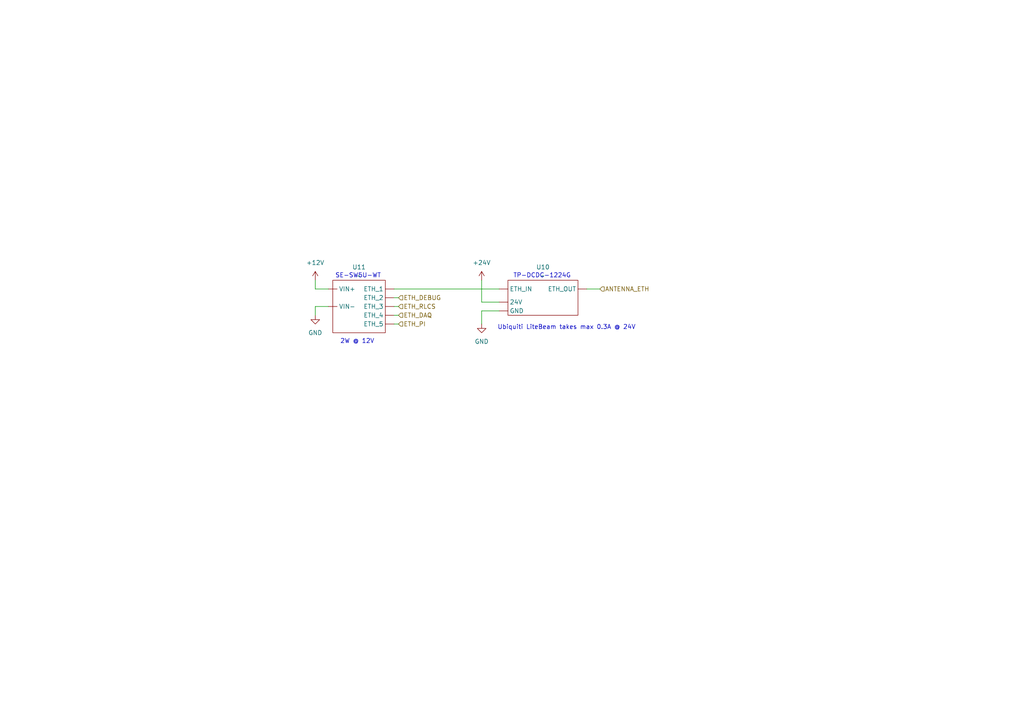
<source format=kicad_sch>
(kicad_sch (version 20231120) (generator "eeschema") (generator_version "8.0")
  (paper "A4")
  (lib_symbols
    (symbol "automedon:ETH_SW"
      (property "Reference" "U" (at 0 0 0))
      (symbol "ETH_SW_0_1"
        (rectangle (start -7.62 -2.54) (end 7.62 -17.78))
      )
      (symbol "ETH_SW_1_1"
        (pin power_out line (at 10.16 -5.08 180) (length 2.54) (name "ETH_1") (number ""))
        (pin power_out line (at 10.16 -7.62 180) (length 2.54) (name "ETH_2") (number ""))
        (pin power_out line (at 10.16 -10.16 180) (length 2.54) (name "ETH_3") (number ""))
        (pin power_out line (at 10.16 -12.7 180) (length 2.54) (name "ETH_4") (number ""))
        (pin power_out line (at 10.16 -15.24 180) (length 2.54) (name "ETH_5") (number ""))
        (pin input line (at -8.89 -5.08 0) (length 2.54) (name "VIN+") (number ""))
        (pin input line (at -8.89 -10.16 0) (length 2.54) (name "VIN-") (number ""))
      )
    )
    (symbol "automedon:POE_INJ"
      (property "Reference" "U" (at 0 0 0))
      (symbol "POE_INJ_0_1"
        (rectangle (start -10.16 -2.54) (end 10.16 -12.7))
      )
      (symbol "POE_INJ_1_1"
        (pin power_out line (at -12.7 -8.89 0) (length 2.54) (name "24V") (number ""))
        (pin power_out line (at -12.7 -5.08 0) (length 2.54) (name "ETH_IN") (number ""))
        (pin power_out line (at 12.7 -5.08 180) (length 2.54) (name "ETH_OUT") (number ""))
        (pin power_out line (at -12.7 -11.43 0) (length 2.54) (name "GND") (number ""))
      )
    )
    (symbol "power:+12V" (power) (pin_numbers hide) (pin_names (offset 0) hide)
      (property "Value" "+12V" (at 0 3.556 0))
      (symbol "+12V_0_1"
        (polyline (pts (xy -0.762 1.27) (xy 0 2.54)))
        (polyline (pts (xy 0 0) (xy 0 2.54)))
        (polyline (pts (xy 0 2.54) (xy 0.762 1.27)))
      )
      (symbol "+12V_1_1"
        (pin power_in line (at 0 0 90) (length 0) (name "~") (number "1"))
      )
    )
    (symbol "power:+24V" (power) (pin_numbers hide) (pin_names (offset 0) hide)
      (property "Value" "+24V" (at 0 3.556 0))
      (symbol "+24V_0_1"
        (polyline (pts (xy -0.762 1.27) (xy 0 2.54)))
        (polyline (pts (xy 0 0) (xy 0 2.54)))
        (polyline (pts (xy 0 2.54) (xy 0.762 1.27)))
      )
      (symbol "+24V_1_1"
        (pin power_in line (at 0 0 90) (length 0) (name "~") (number "1"))
      )
    )
    (symbol "power:GND" (power) (pin_numbers hide) (pin_names (offset 0) hide)
      (property "Value" "GND" (at 0 -3.81 0))
      (symbol "GND_0_1"
        (polyline (pts (xy 0 0) (xy 0 -1.27) (xy 1.27 -1.27) (xy 0 -2.54) (xy -1.27 -1.27) (xy 0 -1.27)))
      )
      (symbol "GND_1_1"
        (pin power_in line (at 0 0 270) (length 0) (name "~") (number "1"))
      )
    )
  )
  (wire (pts (xy 91.44 88.9) (xy 91.44 91.44)))
  (wire (pts (xy 95.25 83.82) (xy 91.44 83.82)))
  (wire (pts (xy 114.3 83.82) (xy 144.78 83.82)))
  (wire (pts (xy 173.99 83.82) (xy 170.18 83.82)))
  (wire (pts (xy 144.78 90.17) (xy 139.7 90.17)))
  (wire (pts (xy 91.44 83.82) (xy 91.44 81.28)))
  (wire (pts (xy 139.7 90.17) (xy 139.7 93.98)))
  (wire (pts (xy 114.3 88.9) (xy 115.57 88.9)))
  (wire (pts (xy 115.57 93.98) (xy 114.3 93.98)))
  (wire (pts (xy 115.57 86.36) (xy 114.3 86.36)))
  (wire (pts (xy 144.78 87.63) (xy 139.7 87.63)))
  (wire (pts (xy 95.25 88.9) (xy 91.44 88.9)))
  (wire (pts (xy 114.3 91.44) (xy 115.57 91.44)))
  (wire (pts (xy 139.7 87.63) (xy 139.7 81.28)))
  (text "TP-DCDC-1224G" (at 157.226 80.01 0) (effects (font (size 1.27 1.27))))
  (text "2W @ 12V" (at 103.632 99.06 0) (effects (font (size 1.27 1.27))))
  (text "Ubiquiti LiteBeam takes max 0.3A @ 24V" (at 164.338 94.996 0) (effects (font (size 1.27 1.27))))
  (text "SE-SW5U-WT" (at 103.886 80.01 0) (effects (font (size 1.27 1.27))))
  (hierarchical_label "ETH_RLCS" (shape input) (at 115.57 88.9 0))
  (hierarchical_label "ETH_PI" (shape input) (at 115.57 93.98 0))
  (hierarchical_label "ANTENNA_ETH" (shape input) (at 173.99 83.82 0))
  (hierarchical_label "ETH_DAQ" (shape input) (at 115.57 91.44 0))
  (hierarchical_label "ETH_DEBUG" (shape input) (at 115.57 86.36 0))
  (symbol (lib_id "power:+12V") (at 91.44 81.28 0) (unit 1)
    (property "Reference" "#PWR019" (effects (hide yes)))
    (property "Value" "+12V" (at 91.44 76.2 0))
    (property "Description" "Power symbol creates a global label with name \"+12V\"" (effects (hide yes)))
  )
  (symbol (lib_id "power:+24V") (at 139.7 81.28 0) (unit 1)
    (property "Reference" "#PWR017" (effects (hide yes)))
    (property "Value" "+24V" (at 139.7 76.2 0))
    (property "Description" "Power symbol creates a global label with name \"+24V\"" (effects (hide yes)))
  )
  (symbol (lib_id "automedon:POE_INJ") (at 157.48 78.74 0) (unit 1)
    (property "Reference" "U10" (at 157.48 77.47 0))
    (property "Value" "~" (at 157.48 80.01 0))
  )
  (symbol (lib_id "power:GND") (at 91.44 91.44 0) (unit 1)
    (property "Reference" "#PWR020" (effects (hide yes)))
    (property "Value" "GND" (at 91.44 96.52 0))
    (property "Description" "Power symbol creates a global label with name \"GND\" , ground" (effects (hide yes)))
  )
  (symbol (lib_id "power:GND") (at 139.7 93.98 0) (unit 1)
    (property "Reference" "#PWR018" (effects (hide yes)))
    (property "Value" "GND" (at 139.7 99.06 0))
    (property "Description" "Power symbol creates a global label with name \"GND\" , ground" (effects (hide yes)))
  )
  (symbol (lib_id "automedon:ETH_SW") (at 104.14 78.74 0) (unit 1)
    (property "Reference" "U11" (at 104.14 77.47 0))
    (property "Value" "~" (at 104.14 80.01 0))
  )
)
</source>
